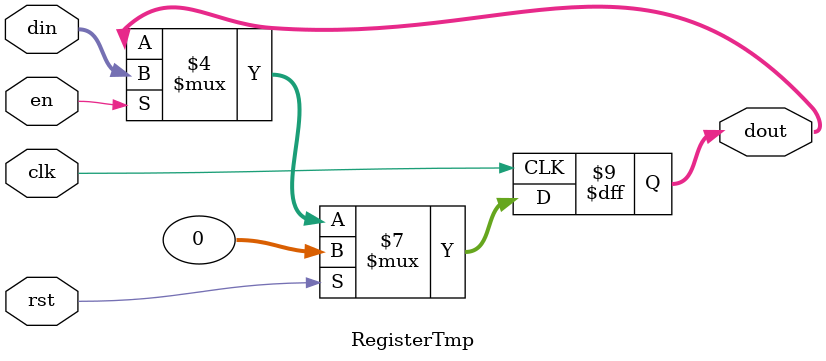
<source format=v>
module RegisterTmp #(
    parameter WIDTH = 32
) (
    input clk, rst, en,
    input [WIDTH - 1 : 0] din, 
    output reg [WIDTH - 1 : 0] dout
);
    initial dout = 'b0;
	always @(posedge clk) begin
        if (rst) dout <= 0;
        else if (en) dout <= din;
        else dout <= dout;
	end
endmodule
</source>
